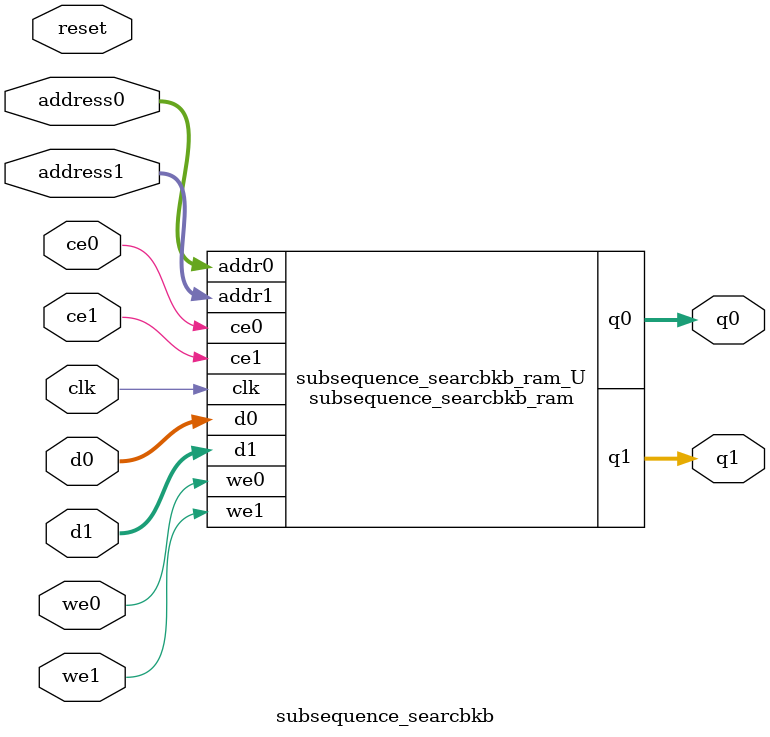
<source format=v>
`timescale 1 ns / 1 ps
module subsequence_searcbkb_ram (addr0, ce0, d0, we0, q0, addr1, ce1, d1, we1, q1,  clk);

parameter DWIDTH = 32;
parameter AWIDTH = 8;
parameter MEM_SIZE = 250;

input[AWIDTH-1:0] addr0;
input ce0;
input[DWIDTH-1:0] d0;
input we0;
output reg[DWIDTH-1:0] q0;
input[AWIDTH-1:0] addr1;
input ce1;
input[DWIDTH-1:0] d1;
input we1;
output reg[DWIDTH-1:0] q1;
input clk;

(* ram_style = "block" *)reg [DWIDTH-1:0] ram[0:MEM_SIZE-1];




always @(posedge clk)  
begin 
    if (ce0) begin
        if (we0) 
            ram[addr0] <= d0; 
        q0 <= ram[addr0];
    end
end


always @(posedge clk)  
begin 
    if (ce1) begin
        if (we1) 
            ram[addr1] <= d1; 
        q1 <= ram[addr1];
    end
end


endmodule

`timescale 1 ns / 1 ps
module subsequence_searcbkb(
    reset,
    clk,
    address0,
    ce0,
    we0,
    d0,
    q0,
    address1,
    ce1,
    we1,
    d1,
    q1);

parameter DataWidth = 32'd32;
parameter AddressRange = 32'd250;
parameter AddressWidth = 32'd8;
input reset;
input clk;
input[AddressWidth - 1:0] address0;
input ce0;
input we0;
input[DataWidth - 1:0] d0;
output[DataWidth - 1:0] q0;
input[AddressWidth - 1:0] address1;
input ce1;
input we1;
input[DataWidth - 1:0] d1;
output[DataWidth - 1:0] q1;



subsequence_searcbkb_ram subsequence_searcbkb_ram_U(
    .clk( clk ),
    .addr0( address0 ),
    .ce0( ce0 ),
    .we0( we0 ),
    .d0( d0 ),
    .q0( q0 ),
    .addr1( address1 ),
    .ce1( ce1 ),
    .we1( we1 ),
    .d1( d1 ),
    .q1( q1 ));

endmodule


</source>
